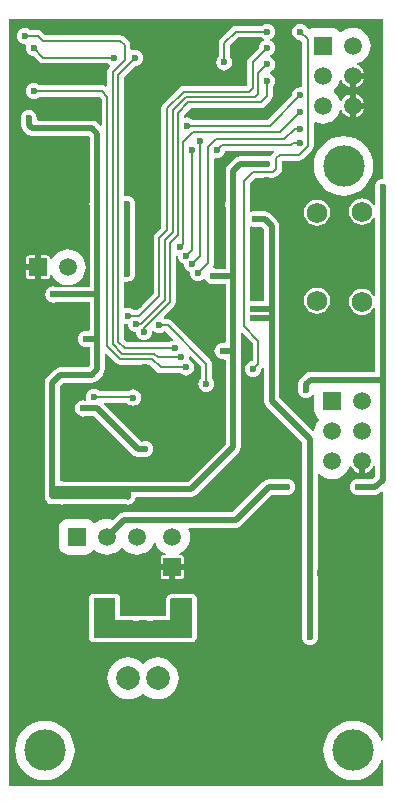
<source format=gbl>
G04 Layer_Physical_Order=2*
G04 Layer_Color=16711680*
%FSLAX44Y44*%
%MOMM*%
G71*
G01*
G75*
%ADD27C,0.4000*%
%ADD28C,0.5080*%
%ADD29C,0.2000*%
%ADD32C,1.7500*%
%ADD33C,1.5000*%
%ADD34R,1.5000X1.5000*%
%ADD35C,2.0000*%
%ADD36R,1.5000X1.5000*%
%ADD37C,3.5000*%
%ADD38C,0.6000*%
G36*
X208219Y475365D02*
X209997Y475131D01*
X211775Y475365D01*
X212162Y475526D01*
X215318D01*
X217526Y473318D01*
Y412474D01*
X210163D01*
X209776Y412635D01*
X207999Y412869D01*
X206924Y412727D01*
X205654Y413662D01*
Y475300D01*
X206924Y475902D01*
X208219Y475365D01*
D02*
G37*
G36*
X226237Y538422D02*
X224532Y536718D01*
X223469Y535127D01*
X223001Y534877D01*
X221775Y535385D01*
X219997Y535619D01*
X218219Y535385D01*
X217832Y535224D01*
X197500D01*
X195022Y534732D01*
X192922Y533328D01*
X186922Y527328D01*
X185518Y525228D01*
X185026Y522750D01*
Y496665D01*
X184865Y496278D01*
X184631Y494500D01*
X184865Y492722D01*
X185026Y492335D01*
Y439975D01*
X176165D01*
X175778Y440135D01*
X174531Y440299D01*
X174060Y441331D01*
X174003Y441585D01*
X175031Y443123D01*
X175404Y445000D01*
Y532733D01*
X176674Y533556D01*
X178000Y533381D01*
X179778Y533615D01*
X181434Y534301D01*
X182857Y535393D01*
X183948Y536816D01*
X184635Y538472D01*
X184783Y539596D01*
X225751D01*
X226237Y538422D01*
D02*
G37*
G36*
X144284Y450921D02*
X144647Y450631D01*
X144865Y448972D01*
X145551Y447316D01*
X146643Y445893D01*
X148066Y444801D01*
X149713Y444119D01*
X149631Y443500D01*
X149865Y441722D01*
X150551Y440066D01*
X151643Y438643D01*
X153066Y437551D01*
X154722Y436865D01*
X154745Y436862D01*
X154631Y436000D01*
X154865Y434222D01*
X155551Y432566D01*
X156643Y431143D01*
X158066Y430051D01*
X159722Y429365D01*
X161500Y429131D01*
X163278Y429365D01*
X164934Y430051D01*
X166261Y431070D01*
X166465Y431119D01*
X167729Y430845D01*
X168051Y430066D01*
X169143Y428644D01*
X170566Y427552D01*
X172222Y426866D01*
X174000Y426632D01*
X175778Y426866D01*
X176165Y427026D01*
X185026D01*
Y377698D01*
X184834Y377428D01*
X183756Y376703D01*
X182497Y376869D01*
X180719Y376635D01*
X179062Y375948D01*
X177640Y374857D01*
X176548Y373434D01*
X175862Y371778D01*
X175628Y370000D01*
X175862Y368222D01*
X176548Y366566D01*
X177640Y365143D01*
X179062Y364051D01*
X180719Y363365D01*
X182497Y363131D01*
X183756Y363297D01*
X184834Y362572D01*
X185026Y362302D01*
Y291682D01*
X152818Y259474D01*
X104489D01*
X104478Y259482D01*
X103843Y259608D01*
X103778Y259635D01*
X103571Y259662D01*
X102000Y259974D01*
X100429Y259662D01*
X100223Y259635D01*
X100158Y259608D01*
X99523Y259482D01*
X99512Y259474D01*
X48663D01*
X48276Y259635D01*
X46499Y259869D01*
X45679Y259761D01*
X44724Y260598D01*
Y340568D01*
X47432Y343276D01*
X71500D01*
X73978Y343768D01*
X76078Y345172D01*
X81078Y350172D01*
X82482Y352272D01*
X82974Y354750D01*
Y367453D01*
X84244Y367979D01*
X92271Y359952D01*
X93862Y358889D01*
X95739Y358516D01*
X120799D01*
X126532Y352782D01*
X128123Y351719D01*
X130000Y351346D01*
X146704D01*
X148065Y350302D01*
X149722Y349615D01*
X151500Y349381D01*
X153278Y349615D01*
X154934Y350302D01*
X156357Y351393D01*
X157448Y352816D01*
X158134Y354472D01*
X158369Y356250D01*
X158134Y358028D01*
X157448Y359684D01*
X156357Y361107D01*
X154934Y362199D01*
X153463Y362808D01*
X153635Y363222D01*
X153869Y365000D01*
X153808Y365460D01*
X155011Y366053D01*
X163846Y357219D01*
Y347295D01*
X162801Y345934D01*
X162115Y344278D01*
X161881Y342500D01*
X162115Y340722D01*
X162801Y339066D01*
X163893Y337643D01*
X165316Y336552D01*
X166972Y335865D01*
X168750Y335631D01*
X170528Y335865D01*
X172184Y336552D01*
X173607Y337643D01*
X174699Y339066D01*
X175385Y340722D01*
X175619Y342500D01*
X175385Y344278D01*
X174699Y345934D01*
X173654Y347295D01*
Y359250D01*
X173281Y361127D01*
X172218Y362718D01*
X139468Y395468D01*
X137877Y396531D01*
X136000Y396904D01*
X133795D01*
X132811Y397659D01*
X132501Y399145D01*
X141468Y408112D01*
X142531Y409703D01*
X142904Y411580D01*
Y450186D01*
X144174Y450976D01*
X144284Y450921D01*
D02*
G37*
G36*
X100972Y393366D02*
X102159Y393209D01*
X102131Y393000D01*
X102365Y391222D01*
X103052Y389566D01*
X104143Y388143D01*
X105566Y387052D01*
X107222Y386365D01*
X109000Y386131D01*
X109131Y386000D01*
X109131Y385999D01*
X109365Y384221D01*
X110051Y382565D01*
X111143Y381142D01*
X112565Y380051D01*
X114222Y379365D01*
X116000Y379131D01*
X117778Y379365D01*
X119434Y380051D01*
X120857Y381142D01*
X121948Y382565D01*
X122634Y384221D01*
X122868Y385999D01*
X122754Y386867D01*
X123969Y387370D01*
X124143Y387143D01*
X125566Y386051D01*
X127222Y385365D01*
X129000Y385131D01*
X130778Y385365D01*
X132434Y386051D01*
X133795Y387096D01*
X133969D01*
X140756Y380308D01*
X140233Y379035D01*
X138816Y378448D01*
X137455Y377404D01*
X101531D01*
X98904Y380031D01*
Y392848D01*
X100174Y393696D01*
X100972Y393366D01*
D02*
G37*
G36*
X318000Y515869D02*
X316222Y515635D01*
X314566Y514949D01*
X313143Y513857D01*
X312052Y512434D01*
X311365Y510778D01*
X311131Y509000D01*
X311365Y507222D01*
X311526Y506835D01*
Y504165D01*
X311365Y503778D01*
X311131Y502000D01*
X311365Y500222D01*
X311526Y499835D01*
Y493708D01*
X310256Y493455D01*
X310104Y493822D01*
X308333Y496130D01*
X306024Y497901D01*
X303336Y499015D01*
X300452Y499394D01*
X297567Y499015D01*
X294879Y497901D01*
X292571Y496130D01*
X290800Y493822D01*
X289686Y491134D01*
X289306Y488249D01*
X289686Y485364D01*
X290800Y482676D01*
X292571Y480368D01*
X294879Y478597D01*
X297567Y477483D01*
X300452Y477104D01*
X303336Y477483D01*
X306024Y478597D01*
X308333Y480368D01*
X310104Y482676D01*
X310256Y483043D01*
X311526Y482790D01*
Y417208D01*
X310256Y416955D01*
X310104Y417322D01*
X308333Y419630D01*
X306024Y421401D01*
X303336Y422514D01*
X300452Y422894D01*
X297567Y422514D01*
X294879Y421401D01*
X292571Y419630D01*
X290800Y417322D01*
X289686Y414634D01*
X289306Y411749D01*
X289686Y408864D01*
X290800Y406176D01*
X292571Y403868D01*
X294879Y402097D01*
X297567Y400983D01*
X300452Y400604D01*
X303336Y400983D01*
X306024Y402097D01*
X308333Y403868D01*
X310104Y406176D01*
X310256Y406543D01*
X311526Y406290D01*
Y352474D01*
X257000D01*
X254522Y351982D01*
X252422Y350578D01*
X248420Y346576D01*
X247017Y344476D01*
X246524Y341998D01*
Y339166D01*
X246364Y338779D01*
X246130Y337001D01*
X246364Y335224D01*
X247050Y333567D01*
X248141Y332144D01*
X249564Y331053D01*
X251221Y330367D01*
X252998Y330133D01*
X254776Y330367D01*
X256433Y331053D01*
X257855Y332144D01*
X258844Y333433D01*
X259301Y333418D01*
X260114Y333075D01*
Y319900D01*
X260376Y317911D01*
X261144Y316057D01*
X262365Y314465D01*
X263569Y313542D01*
X263895Y312303D01*
X263869Y311906D01*
X262667Y310441D01*
X261263Y307814D01*
X260399Y304964D01*
X260183Y302770D01*
X258860Y302296D01*
X230474Y330682D01*
Y398000D01*
Y406000D01*
Y476000D01*
X229982Y478478D01*
X228578Y480578D01*
X222578Y486578D01*
X220478Y487981D01*
X218000Y488474D01*
X212162D01*
X211775Y488635D01*
X209997Y488869D01*
X208219Y488635D01*
X206924Y488098D01*
X205654Y488700D01*
Y512469D01*
X210031Y516846D01*
X225385D01*
X227262Y517219D01*
X228853Y518282D01*
X231468Y520897D01*
X232531Y522488D01*
X232904Y524365D01*
Y531219D01*
X233031Y531346D01*
X247002D01*
X248879Y531719D01*
X250470Y532782D01*
X258218Y540530D01*
X259281Y542121D01*
X259654Y543998D01*
Y563557D01*
X260744Y564210D01*
X261486Y563813D01*
X264336Y562949D01*
X267300Y562657D01*
X270264Y562949D01*
X273114Y563813D01*
X275741Y565217D01*
X278043Y567107D01*
X279933Y569409D01*
X281337Y572036D01*
X281983Y574168D01*
X283330Y574234D01*
X283930Y572787D01*
X285539Y570689D01*
X287637Y569080D01*
X290079Y568069D01*
X290160Y568058D01*
Y577850D01*
Y587642D01*
X290079Y587632D01*
X287637Y586620D01*
X285539Y585011D01*
X283930Y582913D01*
X283330Y581466D01*
X281983Y581532D01*
X281337Y583664D01*
X279933Y586291D01*
X278043Y588593D01*
X276660Y589729D01*
Y591371D01*
X278043Y592507D01*
X279933Y594809D01*
X281337Y597436D01*
X281983Y599568D01*
X283330Y599634D01*
X283930Y598187D01*
X285539Y596089D01*
X287637Y594480D01*
X290079Y593469D01*
X290160Y593458D01*
Y603250D01*
X292700D01*
Y605790D01*
X302492D01*
X302481Y605871D01*
X301470Y608313D01*
X299861Y610411D01*
X297763Y612020D01*
X296316Y612619D01*
X296382Y613967D01*
X298514Y614613D01*
X301141Y616017D01*
X303443Y617907D01*
X305333Y620209D01*
X306737Y622836D01*
X307601Y625686D01*
X307893Y628650D01*
X307601Y631614D01*
X306737Y634464D01*
X305333Y637091D01*
X303443Y639393D01*
X301141Y641283D01*
X298514Y642687D01*
X295664Y643551D01*
X292700Y643843D01*
X289736Y643551D01*
X286886Y642687D01*
X284259Y641283D01*
X282794Y640081D01*
X282397Y640054D01*
X281158Y640381D01*
X280235Y641585D01*
X278643Y642806D01*
X276789Y643574D01*
X274800Y643836D01*
X259800D01*
X257811Y643574D01*
X255957Y642806D01*
X254476Y643271D01*
X254202Y643934D01*
X253110Y645357D01*
X251687Y646448D01*
X250031Y647134D01*
X248253Y647369D01*
X246475Y647134D01*
X244819Y646448D01*
X243396Y645357D01*
X242304Y643934D01*
X241618Y642278D01*
X241384Y640500D01*
X241618Y638722D01*
X242304Y637065D01*
X243396Y635643D01*
X244819Y634551D01*
X246475Y633865D01*
X248176Y633641D01*
X249846Y631971D01*
Y594407D01*
X248576Y593293D01*
X248003Y593368D01*
X246225Y593134D01*
X244569Y592448D01*
X243146Y591357D01*
X242055Y589934D01*
X241368Y588278D01*
X241144Y586577D01*
X220472Y565904D01*
X157045D01*
X155684Y566949D01*
X154028Y567635D01*
X152250Y567869D01*
X150884Y567689D01*
X149614Y568494D01*
Y569898D01*
X155562Y575846D01*
X214586D01*
X216463Y576219D01*
X218054Y577282D01*
X223468Y582697D01*
X224531Y584288D01*
X224904Y586164D01*
Y593705D01*
X225949Y595066D01*
X226635Y596722D01*
X226869Y598500D01*
X226635Y600278D01*
X225949Y601934D01*
X224857Y603357D01*
X223435Y604449D01*
X222243Y604942D01*
Y606308D01*
X223435Y606801D01*
X224857Y607893D01*
X225949Y609316D01*
X226635Y610972D01*
X226869Y612750D01*
X226635Y614528D01*
X225949Y616184D01*
X224857Y617607D01*
X223435Y618699D01*
X222556Y619063D01*
Y620437D01*
X223435Y620802D01*
X224857Y621893D01*
X225949Y623316D01*
X226635Y624972D01*
X226869Y626750D01*
X226635Y628528D01*
X225949Y630184D01*
X224857Y631607D01*
X223435Y632699D01*
X222983Y632886D01*
Y634260D01*
X223685Y634551D01*
X225107Y635643D01*
X226199Y637065D01*
X226885Y638722D01*
X227119Y640500D01*
X226885Y642278D01*
X226199Y643934D01*
X225107Y645357D01*
X223685Y646448D01*
X222028Y647134D01*
X220250Y647369D01*
X218472Y647134D01*
X216816Y646448D01*
X215455Y645404D01*
X193500D01*
X191623Y645031D01*
X190032Y643968D01*
X180531Y634467D01*
X179468Y632876D01*
X179095Y630999D01*
Y619295D01*
X178051Y617934D01*
X177364Y616278D01*
X177130Y614500D01*
X177364Y612722D01*
X178051Y611065D01*
X179142Y609643D01*
X180565Y608551D01*
X182221Y607865D01*
X183999Y607631D01*
X185777Y607865D01*
X187433Y608551D01*
X188856Y609643D01*
X189948Y611065D01*
X190634Y612722D01*
X190868Y614500D01*
X190634Y616278D01*
X189948Y617934D01*
X188903Y619295D01*
Y628968D01*
X195531Y635596D01*
X215455D01*
X216816Y634551D01*
X217268Y634364D01*
Y632989D01*
X216566Y632699D01*
X215143Y631607D01*
X214052Y630184D01*
X213365Y628528D01*
X213142Y626827D01*
X204492Y618178D01*
X203429Y616587D01*
X203056Y614710D01*
Y594991D01*
X202799Y594734D01*
X149770D01*
X147893Y594361D01*
X146302Y593298D01*
X132162Y579158D01*
X131099Y577567D01*
X130726Y575690D01*
Y474502D01*
X125452Y469229D01*
X124389Y467638D01*
X124016Y465761D01*
Y418952D01*
X109968Y404905D01*
X107545D01*
X106184Y405949D01*
X104528Y406635D01*
X102750Y406869D01*
X100972Y406635D01*
X100174Y406305D01*
X98904Y407153D01*
Y428324D01*
X99498Y428721D01*
X100174Y428998D01*
X101750Y428791D01*
X103528Y429025D01*
X105184Y429711D01*
X106607Y430802D01*
X107698Y432225D01*
X108385Y433882D01*
X108619Y435659D01*
X108385Y437437D01*
X108224Y437824D01*
Y492585D01*
X108385Y492972D01*
X108619Y494750D01*
X108385Y496528D01*
X107698Y498184D01*
X106607Y499607D01*
X105184Y500699D01*
X103528Y501385D01*
X101750Y501619D01*
X100174Y501411D01*
X99498Y501689D01*
X98904Y502085D01*
Y601969D01*
X108577Y611641D01*
X110278Y611865D01*
X111934Y612551D01*
X113357Y613643D01*
X114449Y615066D01*
X115135Y616722D01*
X115369Y618500D01*
X115135Y620278D01*
X114449Y621934D01*
X113357Y623357D01*
X111934Y624449D01*
X110278Y625135D01*
X108500Y625369D01*
X106722Y625135D01*
X105714Y624717D01*
X104444Y625486D01*
Y629000D01*
X104071Y630877D01*
X103008Y632468D01*
X99508Y635968D01*
X97917Y637031D01*
X96040Y637404D01*
X32532D01*
X29468Y640468D01*
X27877Y641531D01*
X26000Y641904D01*
X19795D01*
X18434Y642949D01*
X16778Y643635D01*
X15000Y643869D01*
X13222Y643635D01*
X11566Y642949D01*
X10143Y641857D01*
X9051Y640434D01*
X8365Y638778D01*
X8131Y637000D01*
X8365Y635222D01*
X9051Y633566D01*
X10143Y632143D01*
X11566Y631051D01*
X13222Y630365D01*
X15000Y630131D01*
X15273Y630167D01*
X16166Y629004D01*
X15865Y628278D01*
X15631Y626500D01*
X15865Y624722D01*
X16552Y623066D01*
X17643Y621643D01*
X19066Y620551D01*
X20722Y619865D01*
X22423Y619641D01*
X27032Y615032D01*
X28623Y613969D01*
X30500Y613596D01*
X85705D01*
X87066Y612551D01*
X87311Y612450D01*
X87559Y611204D01*
X85992Y609638D01*
X84929Y608047D01*
X84556Y606170D01*
Y594451D01*
X83286Y594090D01*
X81877Y595031D01*
X80000Y595404D01*
X27296D01*
X25935Y596449D01*
X24278Y597135D01*
X22500Y597369D01*
X20722Y597135D01*
X19066Y596449D01*
X17643Y595357D01*
X16552Y593934D01*
X15865Y592278D01*
X15631Y590500D01*
X15865Y588722D01*
X16552Y587066D01*
X17643Y585643D01*
X19066Y584552D01*
X20722Y583865D01*
X22500Y583631D01*
X24278Y583865D01*
X25935Y584552D01*
X27296Y585596D01*
X77969D01*
X80016Y583549D01*
Y561550D01*
X78842Y561064D01*
X76578Y563328D01*
X74478Y564732D01*
X72000Y565224D01*
X26053D01*
X25903Y565289D01*
X24986Y566494D01*
X25119Y567501D01*
X24885Y569279D01*
X24199Y570936D01*
X23107Y572358D01*
X21684Y573450D01*
X20028Y574136D01*
X18250Y574370D01*
X16472Y574136D01*
X14816Y573450D01*
X13393Y572358D01*
X12301Y570936D01*
X11615Y569279D01*
X11381Y567501D01*
X11615Y565724D01*
X11775Y565337D01*
Y561500D01*
X12268Y559022D01*
X13672Y556922D01*
X16422Y554172D01*
X18522Y552768D01*
X21000Y552276D01*
X69318D01*
X70026Y551568D01*
Y496662D01*
X69865Y496274D01*
X69631Y494497D01*
X69865Y492719D01*
X70026Y492332D01*
Y424474D01*
X41412D01*
X41025Y424635D01*
X39247Y424869D01*
X37469Y424635D01*
X35812Y423949D01*
X34390Y422857D01*
X33298Y421434D01*
X32612Y419778D01*
X32378Y418000D01*
X32612Y416222D01*
X33298Y414566D01*
X34390Y413143D01*
X35812Y412051D01*
X37469Y411365D01*
X39247Y411131D01*
X41025Y411365D01*
X41412Y411526D01*
X70026D01*
Y387736D01*
X68756Y387129D01*
X68741Y387135D01*
X66963Y387369D01*
X65185Y387135D01*
X63528Y386449D01*
X62106Y385357D01*
X61014Y383934D01*
X60328Y382278D01*
X60094Y380500D01*
X60328Y378722D01*
X61014Y377066D01*
X62106Y375643D01*
X63528Y374552D01*
X65185Y373865D01*
X66963Y373631D01*
X68741Y373865D01*
X68756Y373871D01*
X70026Y373264D01*
Y368505D01*
X70024Y368499D01*
X70026Y368492D01*
Y357432D01*
X68818Y356224D01*
X44750D01*
X42272Y355732D01*
X40172Y354328D01*
X33672Y347828D01*
X32268Y345728D01*
X31776Y343250D01*
Y253000D01*
Y247000D01*
X32268Y244522D01*
X33672Y242422D01*
X35772Y241018D01*
X38250Y240526D01*
X44334D01*
X44721Y240365D01*
X46499Y240131D01*
X48276Y240365D01*
X48663Y240526D01*
X99512D01*
X99523Y240518D01*
X100158Y240392D01*
X100223Y240365D01*
X100429Y240338D01*
X102000Y240026D01*
X103571Y240338D01*
X103778Y240365D01*
X103843Y240392D01*
X104478Y240518D01*
X105016Y240878D01*
X105435Y241052D01*
X106506Y241873D01*
X106578Y241922D01*
X106588Y241937D01*
X106857Y242143D01*
X107949Y243566D01*
X108635Y245222D01*
X108806Y246526D01*
X155500D01*
X157978Y247018D01*
X160078Y248422D01*
X196078Y284422D01*
X197482Y286522D01*
X197974Y289000D01*
Y370000D01*
Y385181D01*
X199148Y385667D01*
X207846Y376969D01*
Y361783D01*
X206722Y361635D01*
X205066Y360949D01*
X203643Y359857D01*
X202551Y358434D01*
X201865Y356778D01*
X201631Y355000D01*
X201865Y353222D01*
X202551Y351566D01*
X203643Y350143D01*
X205066Y349052D01*
X206722Y348365D01*
X208500Y348131D01*
X210278Y348365D01*
X211934Y349052D01*
X213357Y350143D01*
X214449Y351566D01*
X215135Y353222D01*
X215359Y354923D01*
X216218Y355782D01*
X216256Y355839D01*
X217526Y355453D01*
Y328000D01*
X218018Y325522D01*
X219422Y323422D01*
X250027Y292817D01*
Y138165D01*
X249867Y137778D01*
X249632Y136000D01*
X249867Y134222D01*
X250027Y133835D01*
Y130165D01*
X249867Y129778D01*
X249632Y128000D01*
X249867Y126222D01*
X250553Y124566D01*
X251644Y123143D01*
X253067Y122051D01*
X254723Y121365D01*
X256501Y121131D01*
X258279Y121365D01*
X259936Y122051D01*
X261358Y123143D01*
X262450Y124566D01*
X263136Y126222D01*
X263370Y128000D01*
X263136Y129778D01*
X262976Y130165D01*
Y133835D01*
X263136Y134222D01*
X263370Y136000D01*
X263136Y137778D01*
X262976Y138165D01*
Y265898D01*
X264172Y266326D01*
X264557Y265857D01*
X266859Y263967D01*
X269486Y262563D01*
X272336Y261699D01*
X275300Y261407D01*
X278264Y261699D01*
X281114Y262563D01*
X283741Y263967D01*
X286043Y265857D01*
X287933Y268159D01*
X289337Y270786D01*
X289983Y272918D01*
X291331Y272984D01*
X291930Y271537D01*
X293539Y269439D01*
X295637Y267830D01*
X298079Y266818D01*
X298160Y266808D01*
Y276600D01*
X303240D01*
Y266808D01*
X303321Y266818D01*
X305763Y267830D01*
X307861Y269439D01*
X309470Y271537D01*
X310256Y273433D01*
X311526Y273181D01*
Y263932D01*
X309068Y261474D01*
X306165D01*
X305778Y261635D01*
X304000Y261869D01*
X302222Y261635D01*
X301835Y261474D01*
X299165D01*
X298778Y261635D01*
X297000Y261869D01*
X295222Y261635D01*
X293566Y260949D01*
X292143Y259857D01*
X291052Y258434D01*
X290365Y256778D01*
X290131Y255000D01*
X290365Y253222D01*
X291052Y251566D01*
X292143Y250143D01*
X293566Y249051D01*
X295222Y248365D01*
X297000Y248131D01*
X298778Y248365D01*
X299165Y248526D01*
X301835D01*
X302222Y248365D01*
X304000Y248131D01*
X305778Y248365D01*
X306165Y248526D01*
X311750D01*
X314228Y249018D01*
X316328Y250422D01*
X316827Y250920D01*
X318000Y250434D01*
X318000Y40497D01*
X316730Y40308D01*
X316320Y41659D01*
X313988Y46024D01*
X310849Y49848D01*
X307023Y52988D01*
X302659Y55320D01*
X297924Y56757D01*
X293000Y57242D01*
X288076Y56757D01*
X283340Y55320D01*
X278977Y52988D01*
X275152Y49848D01*
X272012Y46024D01*
X269680Y41659D01*
X268244Y36924D01*
X267759Y32000D01*
X268244Y27076D01*
X269680Y22341D01*
X272012Y17977D01*
X275152Y14152D01*
X278977Y11012D01*
X283340Y8680D01*
X288076Y7243D01*
X293000Y6758D01*
X297924Y7243D01*
X302659Y8680D01*
X307023Y11012D01*
X310849Y14152D01*
X313988Y17977D01*
X316320Y22341D01*
X316730Y23692D01*
X318000Y23503D01*
Y2000D01*
X2000D01*
X2000Y651000D01*
X318000D01*
X318000Y515869D01*
D02*
G37*
%LPC*%
G36*
X73500Y338117D02*
X71722Y337883D01*
X70065Y337197D01*
X68643Y336105D01*
X67551Y334683D01*
X66865Y333026D01*
X66631Y331248D01*
X66865Y329470D01*
X66967Y329225D01*
X66629Y328692D01*
X66030Y328169D01*
X64498Y328370D01*
X62720Y328136D01*
X61064Y327450D01*
X59641Y326358D01*
X58550Y324936D01*
X57864Y323279D01*
X57629Y321501D01*
X57864Y319724D01*
X58550Y318067D01*
X59641Y316644D01*
X61064Y315553D01*
X62720Y314867D01*
X64498Y314633D01*
X66276Y314867D01*
X66663Y315027D01*
X73567D01*
X106172Y282422D01*
X108272Y281018D01*
X110750Y280526D01*
X114832D01*
X115219Y280365D01*
X116997Y280131D01*
X118775Y280365D01*
X120431Y281052D01*
X121854Y282143D01*
X122945Y283566D01*
X123632Y285222D01*
X123866Y287000D01*
X123632Y288778D01*
X122945Y290434D01*
X121854Y291857D01*
X120431Y292948D01*
X118775Y293635D01*
X116997Y293869D01*
X115219Y293635D01*
X114832Y293474D01*
X113432D01*
X81832Y325074D01*
X82358Y326344D01*
X101297D01*
X101643Y325893D01*
X103066Y324802D01*
X104722Y324115D01*
X106500Y323881D01*
X108278Y324115D01*
X109934Y324802D01*
X111357Y325893D01*
X112449Y327316D01*
X113135Y328972D01*
X113369Y330750D01*
X113135Y332528D01*
X112449Y334184D01*
X111357Y335607D01*
X109934Y336699D01*
X108278Y337385D01*
X106500Y337619D01*
X104722Y337385D01*
X103066Y336699D01*
X102354Y336152D01*
X78295D01*
X76934Y337197D01*
X75278Y337883D01*
X73500Y338117D01*
D02*
G37*
G36*
X237000Y261869D02*
X235222Y261635D01*
X234835Y261474D01*
X232165D01*
X231778Y261635D01*
X230000Y261869D01*
X228222Y261635D01*
X227835Y261474D01*
X221500D01*
X219022Y260982D01*
X216922Y259578D01*
X190818Y233474D01*
X98600D01*
X96122Y232982D01*
X94022Y231578D01*
X89698Y227254D01*
X87564Y227901D01*
X84600Y228193D01*
X81636Y227901D01*
X78786Y227037D01*
X76159Y225633D01*
X74694Y224431D01*
X74297Y224405D01*
X73058Y224731D01*
X72135Y225935D01*
X70543Y227156D01*
X68689Y227924D01*
X66700Y228186D01*
X51700D01*
X49711Y227924D01*
X47857Y227156D01*
X46265Y225935D01*
X45044Y224343D01*
X44276Y222489D01*
X44014Y220500D01*
Y205500D01*
X44276Y203511D01*
X45044Y201657D01*
X46265Y200065D01*
X47857Y198844D01*
X49711Y198076D01*
X51700Y197814D01*
X66700D01*
X68689Y198076D01*
X70543Y198844D01*
X72135Y200065D01*
X73058Y201269D01*
X74297Y201595D01*
X74694Y201569D01*
X76159Y200367D01*
X78786Y198963D01*
X81636Y198099D01*
X84600Y197807D01*
X87564Y198099D01*
X90414Y198963D01*
X93041Y200367D01*
X95343Y202257D01*
X96479Y203640D01*
X98122D01*
X99257Y202257D01*
X101559Y200367D01*
X104186Y198963D01*
X107036Y198099D01*
X110000Y197807D01*
X112964Y198099D01*
X115814Y198963D01*
X118441Y200367D01*
X120743Y202257D01*
X122633Y204559D01*
X124037Y207186D01*
X124291Y208024D01*
X125618D01*
X125963Y206886D01*
X127367Y204259D01*
X129257Y201957D01*
X131559Y200067D01*
X134186Y198663D01*
X134198Y198660D01*
X134009Y197390D01*
X132500D01*
X131509Y197193D01*
X130669Y196631D01*
X130107Y195791D01*
X129910Y194800D01*
Y189840D01*
X140000D01*
X150090D01*
Y194800D01*
X149893Y195791D01*
X149331Y196631D01*
X148491Y197193D01*
X147500Y197390D01*
X145991D01*
X145802Y198660D01*
X145814Y198663D01*
X148441Y200067D01*
X150743Y201957D01*
X152633Y204259D01*
X154037Y206886D01*
X154901Y209736D01*
X155193Y212700D01*
X154901Y215664D01*
X154037Y218514D01*
X153544Y219436D01*
X154197Y220526D01*
X193500D01*
X195978Y221018D01*
X198078Y222422D01*
X224182Y248526D01*
X227835D01*
X228222Y248365D01*
X230000Y248131D01*
X231778Y248365D01*
X232165Y248526D01*
X234835D01*
X235222Y248365D01*
X237000Y248131D01*
X238778Y248365D01*
X240434Y249051D01*
X241857Y250143D01*
X242948Y251566D01*
X243635Y253222D01*
X243869Y255000D01*
X243635Y256778D01*
X242948Y258434D01*
X241857Y259857D01*
X240434Y260949D01*
X238778Y261635D01*
X237000Y261869D01*
D02*
G37*
G36*
X150090Y184760D02*
X142540D01*
Y177210D01*
X147500D01*
X148491Y177407D01*
X149331Y177969D01*
X149893Y178809D01*
X150090Y179800D01*
Y184760D01*
D02*
G37*
G36*
X302492Y600710D02*
X295240D01*
Y593458D01*
X295321Y593469D01*
X297763Y594480D01*
X299861Y596089D01*
X301470Y598187D01*
X302481Y600629D01*
X302492Y600710D01*
D02*
G37*
G36*
X127500Y110705D02*
X124046Y110365D01*
X120724Y109358D01*
X117663Y107721D01*
X115000Y105535D01*
X112337Y107721D01*
X109276Y109358D01*
X105954Y110365D01*
X102500Y110705D01*
X99046Y110365D01*
X95724Y109358D01*
X92663Y107721D01*
X89980Y105520D01*
X87779Y102837D01*
X86143Y99775D01*
X85135Y96454D01*
X84795Y93000D01*
X85135Y89546D01*
X86143Y86224D01*
X87779Y83163D01*
X89980Y80480D01*
X92663Y78279D01*
X95724Y76642D01*
X99046Y75635D01*
X102500Y75295D01*
X105954Y75635D01*
X109276Y76642D01*
X112337Y78279D01*
X115000Y80464D01*
X117663Y78279D01*
X120724Y76642D01*
X124046Y75635D01*
X127500Y75295D01*
X130954Y75635D01*
X134276Y76642D01*
X137337Y78279D01*
X140020Y80480D01*
X142221Y83163D01*
X143858Y86224D01*
X144865Y89546D01*
X145205Y93000D01*
X144865Y96454D01*
X143858Y99775D01*
X142221Y102837D01*
X140020Y105520D01*
X137337Y107721D01*
X134276Y109358D01*
X130954Y110365D01*
X127500Y110705D01*
D02*
G37*
G36*
X32000Y57242D02*
X27076Y56757D01*
X22341Y55320D01*
X17977Y52988D01*
X14152Y49848D01*
X11012Y46024D01*
X8680Y41659D01*
X7243Y36924D01*
X6758Y32000D01*
X7243Y27076D01*
X8680Y22341D01*
X11012Y17977D01*
X14152Y14152D01*
X17977Y11012D01*
X22341Y8680D01*
X27076Y7243D01*
X32000Y6758D01*
X36924Y7243D01*
X41659Y8680D01*
X46024Y11012D01*
X49848Y14152D01*
X52988Y17977D01*
X55320Y22341D01*
X56757Y27076D01*
X57242Y32000D01*
X56757Y36924D01*
X55320Y41659D01*
X52988Y46024D01*
X49848Y49848D01*
X46024Y52988D01*
X41659Y55320D01*
X36924Y56757D01*
X32000Y57242D01*
D02*
G37*
G36*
X137460Y184760D02*
X129910D01*
Y179800D01*
X130107Y178809D01*
X130669Y177969D01*
X131509Y177407D01*
X132500Y177210D01*
X137460D01*
Y184760D01*
D02*
G37*
G36*
X139149Y164638D02*
X139149Y164637D01*
X139149Y164638D01*
X138353Y164479D01*
X137662Y164342D01*
X137662Y164342D01*
X137662Y164342D01*
X136889Y163825D01*
X136402Y163500D01*
X136402Y163500D01*
X136402Y163500D01*
X135503Y162602D01*
X135503Y162602D01*
X135503Y162602D01*
X135064Y161945D01*
X134661Y161342D01*
X134661Y161342D01*
X134661Y161341D01*
X134508Y160571D01*
X134365Y159855D01*
X134365Y159855D01*
X134365Y159855D01*
Y145924D01*
X95635D01*
Y160750D01*
X95339Y162237D01*
X94497Y163497D01*
X93237Y164339D01*
X91750Y164635D01*
X73250D01*
X71763Y164339D01*
X70503Y163497D01*
X69661Y162237D01*
X69365Y160750D01*
Y127500D01*
X69661Y126013D01*
X70503Y124753D01*
X71763Y123911D01*
X73250Y123615D01*
X156750D01*
X158237Y123911D01*
X159497Y124753D01*
X160339Y126013D01*
X160635Y127500D01*
Y160749D01*
X160485Y161501D01*
X160339Y162235D01*
X160339Y162236D01*
X160339Y162236D01*
X159906Y162884D01*
X159497Y163496D01*
X159497Y163496D01*
X159497Y163496D01*
X158855Y163926D01*
X158237Y164338D01*
X158237Y164338D01*
X158237Y164338D01*
X157490Y164487D01*
X156751Y164634D01*
X139149Y164638D01*
D02*
G37*
G36*
X51450Y456193D02*
X48486Y455901D01*
X45636Y455037D01*
X43009Y453633D01*
X40707Y451743D01*
X38817Y449441D01*
X37413Y446814D01*
X37410Y446802D01*
X36140Y446991D01*
Y448500D01*
X35943Y449491D01*
X35381Y450331D01*
X34541Y450893D01*
X33550Y451090D01*
X28590D01*
Y441000D01*
Y430910D01*
X33550D01*
X34541Y431107D01*
X35381Y431669D01*
X35943Y432509D01*
X36140Y433500D01*
Y435009D01*
X37410Y435198D01*
X37413Y435186D01*
X38817Y432559D01*
X40707Y430257D01*
X43009Y428367D01*
X45636Y426963D01*
X48486Y426099D01*
X51450Y425807D01*
X54414Y426099D01*
X57264Y426963D01*
X59891Y428367D01*
X62193Y430257D01*
X64083Y432559D01*
X65487Y435186D01*
X66351Y438036D01*
X66643Y441000D01*
X66351Y443964D01*
X65487Y446814D01*
X64083Y449441D01*
X62193Y451743D01*
X59891Y453633D01*
X57264Y455037D01*
X54414Y455901D01*
X51450Y456193D01*
D02*
G37*
G36*
X23510Y451090D02*
X18550D01*
X17559Y450893D01*
X16719Y450331D01*
X16157Y449491D01*
X15960Y448500D01*
Y443540D01*
X23510D01*
Y451090D01*
D02*
G37*
G36*
X285000Y552242D02*
X280076Y551757D01*
X275340Y550320D01*
X270977Y547988D01*
X267152Y544848D01*
X264012Y541023D01*
X261680Y536660D01*
X260243Y531924D01*
X259758Y527000D01*
X260243Y522076D01*
X261680Y517341D01*
X264012Y512976D01*
X267152Y509151D01*
X270977Y506012D01*
X275340Y503680D01*
X280076Y502243D01*
X285000Y501758D01*
X289924Y502243D01*
X294660Y503680D01*
X299023Y506012D01*
X302848Y509151D01*
X305988Y512976D01*
X308320Y517341D01*
X309757Y522076D01*
X310242Y527000D01*
X309757Y531924D01*
X308320Y536660D01*
X305988Y541023D01*
X302848Y544848D01*
X299023Y547988D01*
X294660Y550320D01*
X289924Y551757D01*
X285000Y552242D01*
D02*
G37*
G36*
X262402Y498394D02*
X259517Y498014D01*
X256829Y496901D01*
X254521Y495130D01*
X252750Y492822D01*
X251636Y490134D01*
X251256Y487249D01*
X251636Y484364D01*
X252750Y481676D01*
X254521Y479368D01*
X256829Y477597D01*
X259517Y476483D01*
X262402Y476104D01*
X265286Y476483D01*
X267974Y477597D01*
X270283Y479368D01*
X272054Y481676D01*
X273167Y484364D01*
X273547Y487249D01*
X273167Y490134D01*
X272054Y492822D01*
X270283Y495130D01*
X267974Y496901D01*
X265286Y498014D01*
X262402Y498394D01*
D02*
G37*
G36*
X302492Y575310D02*
X295240D01*
Y568058D01*
X295321Y568069D01*
X297763Y569080D01*
X299861Y570689D01*
X301470Y572787D01*
X302481Y575229D01*
X302492Y575310D01*
D02*
G37*
G36*
X262402Y423894D02*
X259517Y423515D01*
X256829Y422401D01*
X254521Y420630D01*
X252750Y418322D01*
X251636Y415634D01*
X251256Y412749D01*
X251636Y409864D01*
X252750Y407176D01*
X254521Y404868D01*
X256829Y403097D01*
X259517Y401983D01*
X262402Y401604D01*
X265286Y401983D01*
X267974Y403097D01*
X270283Y404868D01*
X272054Y407176D01*
X273167Y409864D01*
X273547Y412749D01*
X273167Y415634D01*
X272054Y418322D01*
X270283Y420630D01*
X267974Y422401D01*
X265286Y423515D01*
X262402Y423894D01*
D02*
G37*
G36*
X23510Y438460D02*
X15960D01*
Y433500D01*
X16157Y432509D01*
X16719Y431669D01*
X17559Y431107D01*
X18550Y430910D01*
X23510D01*
Y438460D01*
D02*
G37*
G36*
X295240Y587642D02*
Y580390D01*
X302492D01*
X302481Y580471D01*
X301470Y582913D01*
X299861Y585011D01*
X297763Y586620D01*
X295321Y587632D01*
X295240Y587642D01*
D02*
G37*
%LPD*%
G36*
X156750Y160749D02*
Y127500D01*
X73250D01*
Y160750D01*
X91750D01*
Y142000D01*
X105695D01*
X107224Y141367D01*
X109001Y141133D01*
X110779Y141367D01*
X112308Y142000D01*
X117692D01*
X119221Y141367D01*
X120999Y141133D01*
X122776Y141367D01*
X124305Y142000D01*
X138250D01*
Y159855D01*
X139148Y160753D01*
X156750Y160749D01*
D02*
G37*
D27*
X79003Y155003D02*
X86000D01*
X78999Y154999D02*
X79003Y155003D01*
X78999Y148002D02*
Y154999D01*
X86000Y148003D02*
Y155003D01*
X78999Y148002D02*
X85998D01*
X86000Y148003D01*
X144000Y155003D02*
X151001D01*
Y148002D02*
Y155003D01*
X143998Y148000D02*
X151000D01*
X143998D02*
Y155002D01*
X85998Y140000D02*
Y148002D01*
Y140000D02*
X143998D01*
Y148000D01*
X78999Y134000D02*
Y148002D01*
Y134000D02*
X151001D01*
Y148002D01*
D28*
X99000Y250000D02*
X102000Y253000D01*
X38250Y250000D02*
X99000D01*
X193500Y227000D02*
X221500Y255000D01*
X98600Y227000D02*
X193500D01*
X84600Y213000D02*
X98600Y227000D01*
X191500Y289000D02*
Y370000D01*
X155500Y253000D02*
X191500Y289000D01*
X102000Y253000D02*
X155500D01*
X102000Y247000D02*
Y253000D01*
X102000Y253000D02*
X102000Y253000D01*
X38250Y250000D02*
Y253000D01*
Y247000D02*
Y250000D01*
Y247000D02*
X46499D01*
X38250Y253000D02*
Y343250D01*
Y253000D02*
X38250Y253000D01*
X46499D01*
X191500Y494500D02*
Y522750D01*
X76500Y380750D02*
Y418000D01*
Y368500D02*
Y380750D01*
X76250Y380500D02*
X76500Y380750D01*
X66963Y380500D02*
X76250D01*
X39247Y418000D02*
X76500D01*
X76500Y418000D02*
Y494497D01*
X76500Y418000D02*
X76500Y418000D01*
X101750Y435659D02*
Y494750D01*
X101500Y435409D02*
X101750Y435659D01*
X21000Y558750D02*
X72000D01*
X102000Y253500D02*
X102000Y253500D01*
X46499Y253000D02*
X102000D01*
Y246500D02*
X102000Y246500D01*
X46499Y247000D02*
X102000D01*
X224000Y328000D02*
X256501Y295499D01*
Y136000D02*
Y295499D01*
X44750Y349750D02*
X71500D01*
X38250Y343250D02*
X44750Y349750D01*
X76500Y354750D02*
Y368500D01*
X76499Y368499D02*
X76500Y368500D01*
X71500Y349750D02*
X76500Y354750D01*
Y494497D02*
Y554250D01*
X72000Y558750D02*
X76500Y554250D01*
X18250Y561500D02*
X21000Y558750D01*
X18250Y561500D02*
Y567501D01*
X191500Y434500D02*
Y494500D01*
Y370000D02*
Y434500D01*
X182497Y370000D02*
X191500D01*
X190501Y433501D02*
X191500Y434500D01*
X174000Y433501D02*
X190501D01*
X191500Y522750D02*
X197500Y528750D01*
X219997D01*
X110750Y287000D02*
X116997D01*
X76249Y321501D02*
X110750Y287000D01*
X64498Y321501D02*
X76249D01*
X221500Y255000D02*
X230000D01*
X318000Y502000D02*
Y509000D01*
Y346000D02*
Y502000D01*
Y261250D02*
Y346000D01*
X311750Y255000D02*
X318000Y261250D01*
X304000Y255000D02*
X311750D01*
X252998Y337001D02*
Y341998D01*
X257000Y346000D01*
X207999Y406000D02*
X224000D01*
X207999Y398000D02*
X224000D01*
X224000Y398000D01*
Y406000D01*
X209997Y482000D02*
X218000D01*
X224000Y476000D01*
Y406000D02*
Y476000D01*
X256501Y128000D02*
Y136000D01*
X224000Y328000D02*
Y398000D01*
X257000Y346000D02*
X318000D01*
X230000Y255000D02*
X237000D01*
X297000D02*
X304000D01*
D29*
X73500Y333000D02*
X73501D01*
X106002Y331248D02*
X106500Y330750D01*
X73500Y331248D02*
X106002D01*
X95739Y363420D02*
X122830D01*
X84920Y374239D02*
X95739Y363420D01*
X122830D02*
X130000Y356250D01*
X97619Y367960D02*
X124711D01*
X89460Y376119D02*
X97619Y367960D01*
X124711D02*
X127670Y365000D01*
X99500Y372500D02*
X142250D01*
X94000Y378000D02*
X99500Y372500D01*
X254750Y543998D02*
Y634003D01*
X231000Y536250D02*
X247002D01*
X254750Y543998D01*
X248253Y640500D02*
X254750Y634003D01*
X244000Y558500D02*
X248003D01*
X234750Y549250D02*
X244000Y558500D01*
X176885Y549250D02*
X234750D01*
X242250Y546500D02*
X248003D01*
X240250Y544500D02*
X242250Y546500D01*
X182250Y544500D02*
X240250D01*
X212500Y587500D02*
Y605250D01*
X210290Y585290D02*
X212500Y587500D01*
X151650Y585290D02*
X210290D01*
X207960Y592960D02*
Y614710D01*
X204830Y589830D02*
X207960Y592960D01*
X149770Y589830D02*
X204830D01*
X207960Y614710D02*
X220000Y626750D01*
X212500Y605250D02*
X220000Y612750D01*
Y586164D02*
Y598500D01*
X214586Y580750D02*
X220000Y586164D01*
X153531Y580750D02*
X214586D01*
X228000Y524365D02*
Y533250D01*
X225385Y521750D02*
X228000Y524365D01*
X208000Y521750D02*
X225385D01*
X228000Y533250D02*
X231000Y536250D01*
X84920Y374239D02*
Y585580D01*
X80000Y590500D02*
X84920Y585580D01*
X89460Y376119D02*
Y606170D01*
X99540Y616250D01*
X94000Y378000D02*
Y604000D01*
X108500Y618500D01*
X135630Y575690D02*
X149770Y589830D01*
X135630Y472471D02*
Y575690D01*
X140170Y573810D02*
X151650Y585290D01*
X140170Y470590D02*
Y573810D01*
X144710Y571929D02*
X153531Y580750D01*
X144710Y468710D02*
Y571929D01*
X222503Y561000D02*
X248003Y586500D01*
X152250Y561000D02*
X222503D01*
X231003Y555500D02*
X248003Y572500D01*
X157250Y555500D02*
X231003D01*
X149250Y547500D02*
X157250Y555500D01*
X170500Y542865D02*
X176885Y549250D01*
X170500Y445000D02*
Y542865D01*
X178000Y540250D02*
X182250Y544500D01*
X163500Y450500D02*
Y547750D01*
X99540Y616250D02*
Y629000D01*
X22500Y590500D02*
X80000D01*
X200750Y514500D02*
X208000Y521750D01*
X200750Y391000D02*
Y514500D01*
Y391000D02*
X212750Y379000D01*
Y359250D02*
Y379000D01*
X208500Y355000D02*
X212750Y359250D01*
X168750Y342500D02*
Y359250D01*
X136000Y392000D02*
X168750Y359250D01*
X149250Y461000D02*
Y547500D01*
X183999Y630999D02*
X193500Y640500D01*
X220250D01*
X26000Y637000D02*
X30500Y632500D01*
X15000Y637000D02*
X26000D01*
X96040Y632500D02*
X99540Y629000D01*
X30500Y632500D02*
X96040D01*
X22500Y626500D02*
X30500Y618500D01*
X90500D01*
X183999Y614500D02*
Y630999D01*
X128920Y465761D02*
X135630Y472471D01*
X128920Y416921D02*
Y465761D01*
X111999Y400000D02*
X128920Y416921D01*
X133460Y463881D02*
X140170Y470590D01*
X133460Y413460D02*
Y463881D01*
X113000Y393000D02*
X133460Y413460D01*
X138000Y411580D02*
Y462000D01*
X144710Y468710D01*
X130000Y356250D02*
X151500D01*
X156250Y455500D02*
Y540250D01*
X161500Y436000D02*
X170500Y445000D01*
X156500Y443500D02*
X163500Y450500D01*
X146500Y458250D02*
X149250Y461000D01*
X151500Y450750D02*
X156250Y455500D01*
X73500Y332998D02*
X73501Y333000D01*
X102750Y400000D02*
X111999D01*
X109000Y393000D02*
X113000D01*
X116000Y385999D02*
Y389579D01*
X138000Y411580D01*
X127670Y365000D02*
X147000D01*
X129000Y392000D02*
X136000D01*
D32*
X262402Y487249D02*
D03*
Y412749D02*
D03*
X300452Y411749D02*
D03*
X300452Y488249D02*
D03*
D33*
X110000Y213000D02*
D03*
X84600D02*
D03*
X292700Y577850D02*
D03*
X267300D02*
D03*
X292700Y603250D02*
D03*
X267300D02*
D03*
X292700Y628650D02*
D03*
X51450Y441000D02*
D03*
X300700Y327400D02*
D03*
X275300Y302000D02*
D03*
X300700D02*
D03*
X275300Y276600D02*
D03*
X300700D02*
D03*
X140000Y212700D02*
D03*
D34*
X59200Y213000D02*
D03*
X26050Y441000D02*
D03*
D35*
X102500Y93000D02*
D03*
X127500D02*
D03*
D36*
X267300Y628650D02*
D03*
X275300Y327400D02*
D03*
X140000Y187300D02*
D03*
D37*
X285000Y527000D02*
D03*
X32000Y32000D02*
D03*
X293000D02*
D03*
D38*
X295000Y242499D02*
D03*
X280000Y152499D02*
D03*
X295000Y122499D02*
D03*
X280000Y92499D02*
D03*
X295000Y62499D02*
D03*
X250000Y392499D02*
D03*
X265000Y182499D02*
D03*
Y122499D02*
D03*
Y62499D02*
D03*
X220000Y212499D02*
D03*
X235000Y182499D02*
D03*
X220000Y152499D02*
D03*
Y92499D02*
D03*
Y32499D02*
D03*
X205000Y182499D02*
D03*
X190000Y152499D02*
D03*
Y92499D02*
D03*
Y32499D02*
D03*
X160000Y632499D02*
D03*
X175000Y422499D02*
D03*
X160000Y92499D02*
D03*
Y32499D02*
D03*
X130000Y632499D02*
D03*
X145000Y602499D02*
D03*
Y62499D02*
D03*
X130000Y32499D02*
D03*
X115000Y602499D02*
D03*
Y542499D02*
D03*
Y62499D02*
D03*
X100000Y32499D02*
D03*
X85000Y182499D02*
D03*
X70000Y92499D02*
D03*
X85000Y62499D02*
D03*
X70000Y32499D02*
D03*
X40000Y512499D02*
D03*
Y212499D02*
D03*
X55000Y182499D02*
D03*
X40000Y152499D02*
D03*
X55000Y122499D02*
D03*
X40000Y92499D02*
D03*
X55000Y62499D02*
D03*
X10000Y572499D02*
D03*
Y512499D02*
D03*
X25000Y422499D02*
D03*
Y302499D02*
D03*
X10000Y272499D02*
D03*
X25000Y242499D02*
D03*
X10000Y212499D02*
D03*
X25000Y182499D02*
D03*
X10000Y152499D02*
D03*
X25000Y122499D02*
D03*
X10000Y92499D02*
D03*
X25000Y62499D02*
D03*
X106500Y330750D02*
D03*
X188500Y533500D02*
D03*
X66963Y380500D02*
D03*
X129500Y380991D02*
D03*
X101750Y435659D02*
D03*
Y494750D02*
D03*
X157500Y571000D02*
D03*
X102000Y253000D02*
D03*
Y247000D02*
D03*
X76500Y494497D02*
D03*
X191500Y494500D02*
D03*
X220011Y514525D02*
D03*
X203498Y364999D02*
D03*
X18250Y567501D02*
D03*
X219997Y528750D02*
D03*
X208999Y497500D02*
D03*
X168750Y342500D02*
D03*
X208500Y355000D02*
D03*
X64498Y321501D02*
D03*
X116997Y287000D02*
D03*
X182497Y370000D02*
D03*
X174000Y433501D02*
D03*
X39247Y418000D02*
D03*
X46499Y247000D02*
D03*
Y253000D02*
D03*
X310250Y200000D02*
D03*
X159750D02*
D03*
X167750Y571000D02*
D03*
X152250Y561000D02*
D03*
X163500Y547750D02*
D03*
X86000Y155003D02*
D03*
X15000Y637000D02*
D03*
X178000Y571000D02*
D03*
X248000Y38000D02*
D03*
X234000D02*
D03*
X308999Y641002D02*
D03*
X108500Y618500D02*
D03*
X90500D02*
D03*
X116000Y385999D02*
D03*
X109000Y393000D02*
D03*
X102750Y400000D02*
D03*
X220000Y598500D02*
D03*
Y612750D02*
D03*
Y626750D02*
D03*
X39250Y393000D02*
D03*
X173999Y600500D02*
D03*
Y635500D02*
D03*
X183999Y614500D02*
D03*
X220250Y640500D02*
D03*
X209997Y417000D02*
D03*
X13999Y334502D02*
D03*
X13999Y347998D02*
D03*
X39250Y405500D02*
D03*
X111500Y408750D02*
D03*
X116500Y356250D02*
D03*
X147000Y365000D02*
D03*
X142250Y372500D02*
D03*
X155250Y385000D02*
D03*
X151500Y356250D02*
D03*
X22500Y590500D02*
D03*
Y626500D02*
D03*
X248003Y546500D02*
D03*
X178000Y540250D02*
D03*
X248003Y586500D02*
D03*
X156250Y540250D02*
D03*
X248003Y572500D02*
D03*
Y558500D02*
D03*
X146500Y458250D02*
D03*
X151500Y450750D02*
D03*
X156500Y443500D02*
D03*
X161500Y436000D02*
D03*
X248253Y640500D02*
D03*
X91500Y282999D02*
D03*
X101500D02*
D03*
X114000Y299000D02*
D03*
X57500Y299000D02*
D03*
X73500Y331248D02*
D03*
X101500Y385000D02*
D03*
X183000Y503999D02*
D03*
X53999Y544500D02*
D03*
X29000Y522499D02*
D03*
X19000D02*
D03*
X44000Y536999D02*
D03*
X43502Y569498D02*
D03*
X272499Y388500D02*
D03*
X251749Y358500D02*
D03*
Y368500D02*
D03*
X210000Y469000D02*
D03*
X238998Y337001D02*
D03*
X129000Y392000D02*
D03*
X318000Y502000D02*
D03*
Y509000D02*
D03*
X252998Y337001D02*
D03*
X137998Y294001D02*
D03*
X209997Y482000D02*
D03*
X207999Y406000D02*
D03*
Y398000D02*
D03*
X213499Y126000D02*
D03*
Y138000D02*
D03*
X256501Y136000D02*
D03*
Y128000D02*
D03*
X225000Y47000D02*
D03*
X227000Y113000D02*
D03*
X197000Y113000D02*
D03*
X210501Y132000D02*
D03*
X88001Y269000D02*
D03*
X90999Y275000D02*
D03*
Y263000D02*
D03*
X102000Y155003D02*
D03*
X109001Y148002D02*
D03*
X120999D02*
D03*
X128000Y155003D02*
D03*
X151001Y148002D02*
D03*
X144000Y155003D02*
D03*
X78999Y148002D02*
D03*
X66000Y126997D02*
D03*
X230000Y255000D02*
D03*
X237000D02*
D03*
X297000D02*
D03*
X304000D02*
D03*
M02*

</source>
